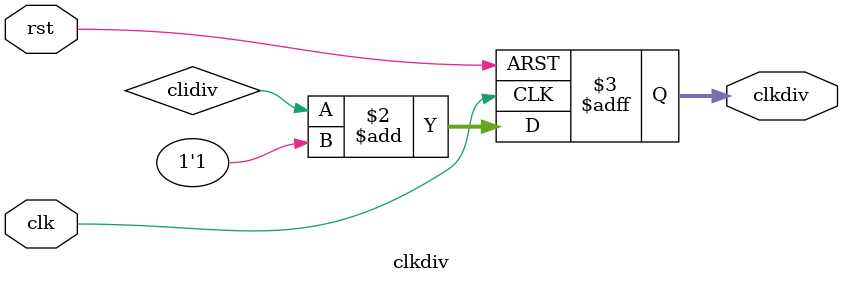
<source format=v>
`timescale 1ns / 1ps
module clkdiv(input clk,
					input rst,
					output reg[31:0] clkdiv
    );
	 always @ (posedge clk or posedge rst) begin
		if (rst) clkdiv <= 0;
		else clkdiv <= clidiv + 1'b1;
	end

endmodule

</source>
